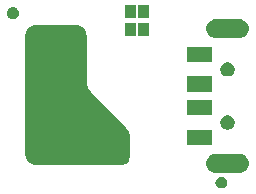
<source format=gbs>
G04 #@! TF.GenerationSoftware,KiCad,Pcbnew,(5.1.2)-1*
G04 #@! TF.CreationDate,2019-10-14T15:12:45+02:00*
G04 #@! TF.ProjectId,nk-fido2,6e6b2d66-6964-46f3-922e-6b696361645f,R4*
G04 #@! TF.SameCoordinates,Original*
G04 #@! TF.FileFunction,Soldermask,Bot*
G04 #@! TF.FilePolarity,Negative*
%FSLAX46Y46*%
G04 Gerber Fmt 4.6, Leading zero omitted, Abs format (unit mm)*
G04 Created by KiCad (PCBNEW (5.1.2)-1) date 2019-10-14 15:12:45*
%MOMM*%
%LPD*%
G04 APERTURE LIST*
%ADD10C,0.150000*%
G04 APERTURE END LIST*
D10*
G36*
X133625045Y-105869215D02*
G01*
X133716039Y-105906906D01*
X133797931Y-105961625D01*
X133867575Y-106031269D01*
X133922294Y-106113161D01*
X133959985Y-106204155D01*
X133979200Y-106300754D01*
X133979200Y-106399246D01*
X133959985Y-106495845D01*
X133922294Y-106586839D01*
X133867575Y-106668731D01*
X133797931Y-106738375D01*
X133716039Y-106793094D01*
X133625045Y-106830785D01*
X133528446Y-106850000D01*
X133429954Y-106850000D01*
X133333355Y-106830785D01*
X133242361Y-106793094D01*
X133160469Y-106738375D01*
X133090825Y-106668731D01*
X133036106Y-106586839D01*
X132998415Y-106495845D01*
X132979200Y-106399246D01*
X132979200Y-106300754D01*
X132998415Y-106204155D01*
X133036106Y-106113161D01*
X133090825Y-106031269D01*
X133160469Y-105961625D01*
X133242361Y-105906906D01*
X133333355Y-105869215D01*
X133429954Y-105850000D01*
X133528446Y-105850000D01*
X133625045Y-105869215D01*
X133625045Y-105869215D01*
G37*
G36*
X135156029Y-103923264D02*
G01*
X135280400Y-103960992D01*
X135306941Y-103969043D01*
X135438062Y-104039129D01*
X135446015Y-104043380D01*
X135567917Y-104143423D01*
X135667960Y-104265325D01*
X135667961Y-104265327D01*
X135742297Y-104404399D01*
X135742298Y-104404403D01*
X135788076Y-104555311D01*
X135803533Y-104712250D01*
X135788076Y-104869189D01*
X135750348Y-104993560D01*
X135742297Y-105020101D01*
X135672211Y-105151222D01*
X135667960Y-105159175D01*
X135567917Y-105281077D01*
X135446015Y-105381120D01*
X135446013Y-105381121D01*
X135306941Y-105455457D01*
X135280400Y-105463508D01*
X135156029Y-105501236D01*
X135038414Y-105512820D01*
X132960786Y-105512820D01*
X132843171Y-105501236D01*
X132718800Y-105463508D01*
X132692259Y-105455457D01*
X132553187Y-105381121D01*
X132553185Y-105381120D01*
X132431283Y-105281077D01*
X132331240Y-105159175D01*
X132326989Y-105151222D01*
X132256903Y-105020101D01*
X132248852Y-104993560D01*
X132211124Y-104869189D01*
X132195667Y-104712250D01*
X132211124Y-104555311D01*
X132256902Y-104404403D01*
X132256903Y-104404399D01*
X132331239Y-104265327D01*
X132331240Y-104265325D01*
X132431283Y-104143423D01*
X132553185Y-104043380D01*
X132561138Y-104039129D01*
X132692259Y-103969043D01*
X132718800Y-103960992D01*
X132843171Y-103923264D01*
X132960786Y-103911680D01*
X135038414Y-103911680D01*
X135156029Y-103923264D01*
X135156029Y-103923264D01*
G37*
G36*
X121368099Y-93032520D02*
G01*
X121510683Y-93060881D01*
X121510686Y-93060882D01*
X121511883Y-93061120D01*
X121512896Y-93061797D01*
X121512900Y-93061799D01*
X121835287Y-93277211D01*
X121835290Y-93277213D01*
X121836307Y-93277893D01*
X121836987Y-93278910D01*
X121836989Y-93278913D01*
X122052401Y-93601300D01*
X122052403Y-93601304D01*
X122053080Y-93602317D01*
X122129200Y-93985000D01*
X122129200Y-97968322D01*
X122129680Y-97973199D01*
X122204350Y-98348593D01*
X122205773Y-98353283D01*
X122208083Y-98357605D01*
X122420726Y-98675847D01*
X122423835Y-98679635D01*
X125436307Y-101692107D01*
X125436989Y-101693128D01*
X125652401Y-102015513D01*
X125652403Y-102015517D01*
X125653080Y-102016530D01*
X125729200Y-102399214D01*
X125729200Y-104210000D01*
X125728776Y-104211581D01*
X125728776Y-104211584D01*
X125677111Y-104404399D01*
X125638767Y-104547500D01*
X125391700Y-104794567D01*
X125390905Y-104794780D01*
X125055784Y-104884576D01*
X125055781Y-104884576D01*
X125054200Y-104885000D01*
X117829200Y-104885000D01*
X117590301Y-104837480D01*
X117447717Y-104809119D01*
X117447714Y-104809118D01*
X117446517Y-104808880D01*
X117445504Y-104808203D01*
X117445500Y-104808201D01*
X117123113Y-104592789D01*
X117123110Y-104592787D01*
X117122093Y-104592107D01*
X117121411Y-104591087D01*
X116905999Y-104268700D01*
X116905997Y-104268696D01*
X116905320Y-104267683D01*
X116829200Y-103885000D01*
X116829200Y-93985000D01*
X116905320Y-93602317D01*
X116905997Y-93601304D01*
X116905999Y-93601300D01*
X117121411Y-93278913D01*
X117121413Y-93278910D01*
X117122093Y-93277893D01*
X117123110Y-93277213D01*
X117123113Y-93277211D01*
X117445500Y-93061799D01*
X117445504Y-93061797D01*
X117446517Y-93061120D01*
X117447714Y-93060882D01*
X117447717Y-93060881D01*
X117590301Y-93032520D01*
X117829200Y-92985000D01*
X121129200Y-92985000D01*
X121368099Y-93032520D01*
X121368099Y-93032520D01*
G37*
G36*
X132648510Y-103162050D02*
G01*
X130549530Y-103162050D01*
X130549530Y-101863170D01*
X132648510Y-101863170D01*
X132648510Y-103162050D01*
X132648510Y-103162050D01*
G37*
G36*
X134174587Y-100686074D02*
G01*
X134283764Y-100731296D01*
X134382021Y-100796949D01*
X134465581Y-100880509D01*
X134531234Y-100978766D01*
X134576456Y-101087943D01*
X134599510Y-101203844D01*
X134599510Y-101322016D01*
X134576456Y-101437917D01*
X134531234Y-101547094D01*
X134465581Y-101645351D01*
X134382021Y-101728911D01*
X134283764Y-101794564D01*
X134174587Y-101839786D01*
X134058686Y-101862840D01*
X133940514Y-101862840D01*
X133824613Y-101839786D01*
X133715436Y-101794564D01*
X133617179Y-101728911D01*
X133533619Y-101645351D01*
X133467966Y-101547094D01*
X133422744Y-101437917D01*
X133399690Y-101322016D01*
X133399690Y-101203844D01*
X133422744Y-101087943D01*
X133467966Y-100978766D01*
X133533619Y-100880509D01*
X133617179Y-100796949D01*
X133715436Y-100731296D01*
X133824613Y-100686074D01*
X133940514Y-100663020D01*
X134058686Y-100663020D01*
X134174587Y-100686074D01*
X134174587Y-100686074D01*
G37*
G36*
X132648510Y-100662690D02*
G01*
X130549530Y-100662690D01*
X130549530Y-99363810D01*
X132648510Y-99363810D01*
X132648510Y-100662690D01*
X132648510Y-100662690D01*
G37*
G36*
X132648510Y-98645930D02*
G01*
X130549530Y-98645930D01*
X130549530Y-97347050D01*
X132648510Y-97347050D01*
X132648510Y-98645930D01*
X132648510Y-98645930D01*
G37*
G36*
X134174587Y-96185194D02*
G01*
X134283764Y-96230416D01*
X134382021Y-96296069D01*
X134465581Y-96379629D01*
X134531234Y-96477886D01*
X134576456Y-96587063D01*
X134599510Y-96702964D01*
X134599510Y-96821136D01*
X134576456Y-96937037D01*
X134531234Y-97046214D01*
X134465581Y-97144471D01*
X134382021Y-97228031D01*
X134283764Y-97293684D01*
X134174587Y-97338906D01*
X134058686Y-97361960D01*
X133940514Y-97361960D01*
X133824613Y-97338906D01*
X133715436Y-97293684D01*
X133617179Y-97228031D01*
X133533619Y-97144471D01*
X133467966Y-97046214D01*
X133422744Y-96937037D01*
X133399690Y-96821136D01*
X133399690Y-96702964D01*
X133422744Y-96587063D01*
X133467966Y-96477886D01*
X133533619Y-96379629D01*
X133617179Y-96296069D01*
X133715436Y-96230416D01*
X133824613Y-96185194D01*
X133940514Y-96162140D01*
X134058686Y-96162140D01*
X134174587Y-96185194D01*
X134174587Y-96185194D01*
G37*
G36*
X132648510Y-96161810D02*
G01*
X130549530Y-96161810D01*
X130549530Y-94862930D01*
X132648510Y-94862930D01*
X132648510Y-96161810D01*
X132648510Y-96161810D01*
G37*
G36*
X135156029Y-92523744D02*
G01*
X135280400Y-92561472D01*
X135306941Y-92569523D01*
X135438062Y-92639609D01*
X135446015Y-92643860D01*
X135567917Y-92743903D01*
X135667960Y-92865805D01*
X135667961Y-92865807D01*
X135742297Y-93004879D01*
X135742298Y-93004883D01*
X135788076Y-93155791D01*
X135803533Y-93312730D01*
X135788076Y-93469669D01*
X135750348Y-93594040D01*
X135742297Y-93620581D01*
X135672211Y-93751702D01*
X135667960Y-93759655D01*
X135567917Y-93881557D01*
X135446015Y-93981600D01*
X135439654Y-93985000D01*
X135306941Y-94055937D01*
X135280400Y-94063988D01*
X135156029Y-94101716D01*
X135038414Y-94113300D01*
X132960786Y-94113300D01*
X132843171Y-94101716D01*
X132718800Y-94063988D01*
X132692259Y-94055937D01*
X132559546Y-93985000D01*
X132553185Y-93981600D01*
X132431283Y-93881557D01*
X132331240Y-93759655D01*
X132326989Y-93751702D01*
X132256903Y-93620581D01*
X132248852Y-93594040D01*
X132211124Y-93469669D01*
X132195667Y-93312730D01*
X132211124Y-93155791D01*
X132256902Y-93004883D01*
X132256903Y-93004879D01*
X132331239Y-92865807D01*
X132331240Y-92865805D01*
X132431283Y-92743903D01*
X132553185Y-92643860D01*
X132561138Y-92639609D01*
X132692259Y-92569523D01*
X132718800Y-92561472D01*
X132843171Y-92523744D01*
X132960786Y-92512160D01*
X135038414Y-92512160D01*
X135156029Y-92523744D01*
X135156029Y-92523744D01*
G37*
G36*
X126229200Y-93910000D02*
G01*
X125329200Y-93910000D01*
X125329200Y-92810000D01*
X126229200Y-92810000D01*
X126229200Y-93910000D01*
X126229200Y-93910000D01*
G37*
G36*
X127329200Y-93910000D02*
G01*
X126429200Y-93910000D01*
X126429200Y-92810000D01*
X127329200Y-92810000D01*
X127329200Y-93910000D01*
X127329200Y-93910000D01*
G37*
G36*
X115975045Y-91519215D02*
G01*
X116066039Y-91556906D01*
X116147931Y-91611625D01*
X116217575Y-91681269D01*
X116272294Y-91763161D01*
X116309985Y-91854155D01*
X116329200Y-91950754D01*
X116329200Y-92049246D01*
X116309985Y-92145845D01*
X116272294Y-92236839D01*
X116217575Y-92318731D01*
X116147931Y-92388375D01*
X116066039Y-92443094D01*
X115975045Y-92480785D01*
X115878446Y-92500000D01*
X115779954Y-92500000D01*
X115683355Y-92480785D01*
X115592361Y-92443094D01*
X115510469Y-92388375D01*
X115440825Y-92318731D01*
X115386106Y-92236839D01*
X115348415Y-92145845D01*
X115329200Y-92049246D01*
X115329200Y-91950754D01*
X115348415Y-91854155D01*
X115386106Y-91763161D01*
X115440825Y-91681269D01*
X115510469Y-91611625D01*
X115592361Y-91556906D01*
X115683355Y-91519215D01*
X115779954Y-91500000D01*
X115878446Y-91500000D01*
X115975045Y-91519215D01*
X115975045Y-91519215D01*
G37*
G36*
X126229200Y-92410000D02*
G01*
X125329200Y-92410000D01*
X125329200Y-91310000D01*
X126229200Y-91310000D01*
X126229200Y-92410000D01*
X126229200Y-92410000D01*
G37*
G36*
X127329200Y-92410000D02*
G01*
X126429200Y-92410000D01*
X126429200Y-91310000D01*
X127329200Y-91310000D01*
X127329200Y-92410000D01*
X127329200Y-92410000D01*
G37*
M02*

</source>
